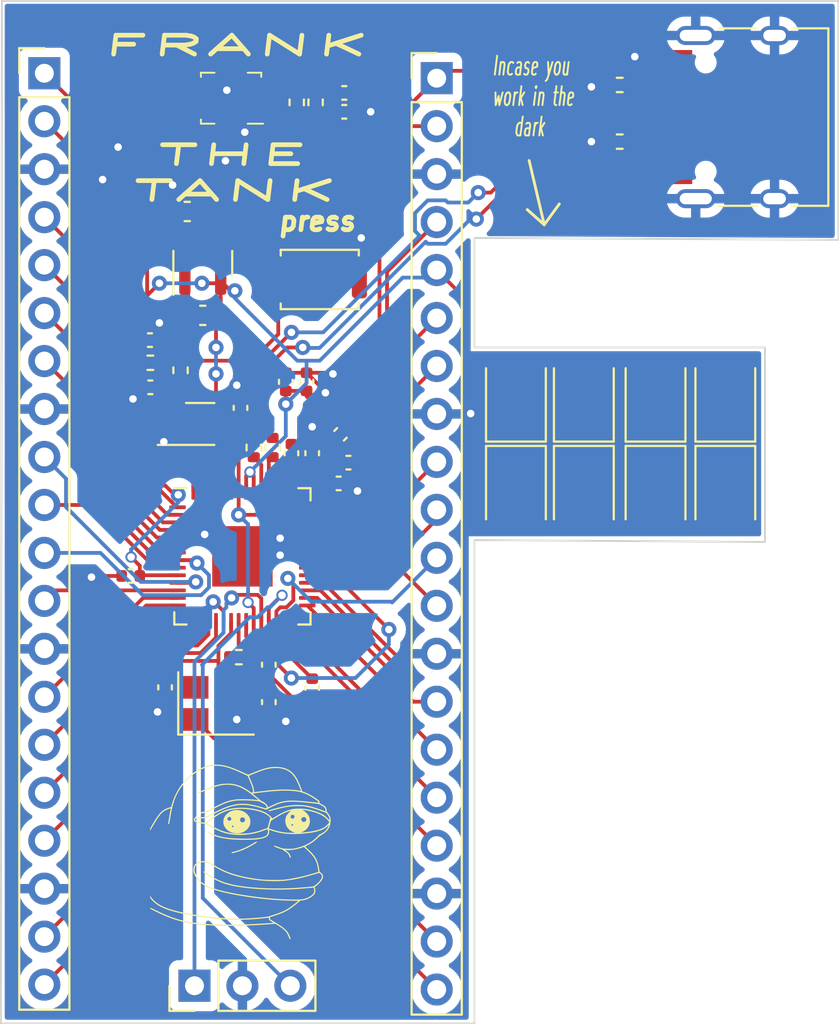
<source format=kicad_pcb>
(kicad_pcb (version 20221018) (generator pcbnew)
  (layers (0 "F.Cu" signal) (31 "B.Cu" signal) (34 "B.Paste" user) (35 "F.Paste" user) (36 "B.SilkS" user "B.Silkscreen") (37 "F.SilkS" user "F.Silkscreen") (38 "B.Mask" user) (39 "F.Mask" user) (44 "Edge.Cuts" user))
  (net 0 "")
  (net 1 "+3.3V")
  (net 2 "GND")
  (net 3 "+1V0")
  (net 4 "VBUS")
  (net 5 "XIN")
  (net 6 "Net-(C15-Pad2)")
  (net 7 "Net-(J1-CC1)")
  (net 8 "USB_D+")
  (net 9 "USB_D-")
  (net 10 "Net-(J1-CC2)")
  (net 11 "GPIO0")
  (net 12 "GPIO1")
  (net 13 "GPIO2")
  (net 14 "GPIO3")
  (net 15 "GPIO4")
  (net 16 "GPIO5")
  (net 17 "GPIO8")
  (net 18 "GPIO7")
  (net 19 "GPIO6")
  (net 20 "GPIO9")
  (net 21 "GPIO10")
  (net 22 "GPIO11")
  (net 23 "GPIO12")
  (net 24 "GPIO13")
  (net 25 "GPIO14")
  (net 26 "GPIO15")
  (net 27 "GPIO29_ADC3")
  (net 28 "GPIO28_ADC2")
  (net 29 "GPIO27_ADC1")
  (net 30 "GPIO26_ADC0")
  (net 31 "GPIO24")
  (net 32 "GPIO23")
  (net 33 "RUN")
  (net 34 "GPIO22")
  (net 35 "GPIO21")
  (net 36 "GPIO20")
  (net 37 "GPIO19")
  (net 38 "GPIO18")
  (net 39 "GPIO17")
  (net 40 "GPIO16")
  (net 41 "SWCLK")
  (net 42 "SWD")
  (net 43 "Net-(U1-USB_DP)")
  (net 44 "Net-(U1-USB_DM)")
  (net 45 "XOUT")
  (net 46 "QSPI_SS")
  (net 47 "Net-(R7-Pad1)")
  (net 49 "QSPI_SD3")
  (net 50 "QSPI_SCLK")
  (net 51 "QSPI_SD0")
  (net 52 "QSPI_SD2")
  (net 53 "QSPI_SD1")
  (footprint "Connector_PinHeader_2.54mm:PinHeader_1x03_P2.54mm_Vertical" (layer "F.Cu") (at 184.36 96.6 90)
    (fp_text reference "J4" hide)
    (fp_text value "Conn_01x03" hide)
  )
  (footprint "Capacitor_SMD:C_0603_1608Metric" (layer "F.Cu") (at 184.8 61.1 180)
    (fp_text reference "C13" hide)
    (fp_text value "10uF" hide)
  )
  (footprint "Capacitor_SMD:C_0402_1005Metric" (layer "F.Cu") (at 192.52 68.9)
    (fp_text reference "C17" hide)
    (fp_text value "0.1uF" hide)
  )
  (footprint "Capacitor_SMD:C_0402_1005Metric" (layer "F.Cu") (at 190.6 80.82 -90)
    (fp_text reference "C9" hide)
    (fp_text value "0.1uF" hide)
  )
  (footprint "Capacitor_SMD:C_0402_1005Metric" (layer "F.Cu") (at 186.8 66 90)
    (fp_text reference "C11" hide)
    (fp_text value "0.1uF" hide)
  )
  (footprint "Capacitor_SMD:C_0402_1005Metric" (layer "F.Cu") (at 192.3 49.32)
    (fp_text reference "C18" hide)
    (fp_text value "0.1uF" hide)
  )
  (footprint "Resistor_SMD:R_0402_1005Metric" (layer "F.Cu") (at 188.5 68.1 -90)
    (fp_text reference "R4" hide)
    (fp_text value "27" hide)
  )
  (footprint "LED_SMD:LED_1210_3225Metric" (layer "F.Cu") (at 212.499999 70.3 -90)
    (fp_text reference "D10" hide)
    (fp_text value "LED" hide)
  )
  (footprint "Resistor_SMD:R_0402_1005Metric" (layer "F.Cu") (at 186.71 79.2 180)
    (fp_text reference "R5" hide)
    (fp_text value "1k")
  )
  (footprint "LED_SMD:LED_1210_3225Metric" (layer "F.Cu") (at 212.5 65.5 90)
    (fp_text reference "D11" hide)
    (fp_text value "LED" hide)
  )
  (footprint "Resistor_SMD:R_0402_1005Metric" (layer "F.Cu") (at 206.9 48.9 180)
    (fp_text reference "R1" hide)
    (fp_text value "5.1k")
  )
  (footprint "Capacitor_SMD:C_0603_1608Metric" (layer "F.Cu") (at 183.975 55.6 180)
    (fp_text reference "C12" hide)
    (fp_text value "10uF")
  )
  (footprint "Capacitor_SMD:C_0402_1005Metric" (layer "F.Cu") (at 190.6 68.4 90)
    (fp_text reference "C16" hide)
    (fp_text value "0.1uF" hide)
  )
  (footprint "LED_SMD:LED_1210_3225Metric" (layer "F.Cu") (at 201.4 65.5 90)
    (fp_text reference "D1" hide)
    (fp_text value "LED" hide)
  )
  (footprint "LED_SMD:LED_1210_3225Metric" (layer "F.Cu") (at 205 70.3 -90)
    (fp_text reference "D8" hide)
    (fp_text value "LED" hide)
  )
  (footprint "LED_SMD:LED_1210_3225Metric" (layer "F.Cu") (at 201.400004 70.300004 -90)
    (fp_text reference "D5" hide)
    (fp_text value "LED" hide)
  )
  (footprint "Resistor_SMD:R_0402_1005Metric" (layer "F.Cu") (at 187.5 68.1 -90)
    (fp_text reference "R3" hide)
    (fp_text value "27" hide)
  )
  (footprint "Capacitor_SMD:C_0402_1005Metric" (layer "F.Cu") (at 190.3 64.62 90)
    (fp_text reference "C5" hide)
    (fp_text value "0.1uF" hide)
  )
  (footprint "Capacitor_SMD:C_0402_1005Metric" (layer "F.Cu") (at 182 62.41)
    (fp_text reference "C7" hide)
    (fp_text value "0.1uF" hide)
  )
  (footprint "Capacitor_SMD:C_0402_1005Metric" (layer "F.Cu") (at 189.5 68.4 90)
    (fp_text reference "C10" hide)
    (fp_text value "0.1uF" hide)
  )
  (footprint "Capacitor_SMD:C_0402_1005Metric" (layer "F.Cu") (at 188.3 79.6 -90)
    (fp_text reference "C1" hide)
    (fp_text value "0.1uF" hide)
  )
  (footprint "Capacitor_SMD:C_0402_1005Metric" (layer "F.Cu") (at 192 70)
    (fp_text reference "C8" hide)
    (fp_text value "0.1uF" hide)
  )
  (footprint "Connector_PinHeader_2.54mm:PinHeader_1x20_P2.54mm_Vertical" (layer "F.Cu") (at 176.4 48.28)
    (fp_text reference "J2" hide)
    (fp_text value "Conn_01x20" hide)
  )
  (footprint "LOGO" (layer "F.Cu") (at 186.8 89.5)
    (fp_text reference "")
    (fp_text value "LOGO" hide)
  )
  (footprint "Package_DFN_QFN:QFN-56-1EP_7x7mm_P0.4mm_EP3.2x3.2mm" (layer "F.Cu") (at 186.9 73.8625)
    (fp_text reference "U1" hide)
    (fp_text value "RP2040" hide)
  )
  (footprint "Capacitor_SMD:C_0402_1005Metric" (layer "F.Cu") (at 188.3 81.58 90)
    (fp_text reference "C15" hide)
    (fp_text value "33pF")
  )
  (footprint "Capacitor_SMD:C_0402_1005Metric" (layer "F.Cu") (at 182.02 64.91 180)
    (fp_text reference "C6" hide)
    (fp_text value "0.1uF" hide)
  )
  (footprint "Resistor_SMD:R_0402_1005Metric" (layer "F.Cu") (at 183.62 64.01 -90)
    (fp_text reference "R7" hide)
    (fp_text value "1k" hide)
  )
  (footprint "Connector_PinHeader_2.54mm:PinHeader_1x20_P2.54mm_Vertical" (layer "F.Cu") (at 197.2 48.54)
    (fp_text reference "J3" hide)
    (fp_text value "Conn_01x20" hide)
  )
  (footprint "LED_SMD:LED_1210_3225Metric" (layer "F.Cu") (at 208.800002 70.300002 -90)
    (fp_text reference "D6" hide)
    (fp_text value "LED" hide)
  )
  (footprint "Capacitor_SMD:C_0402_1005Metric" (layer "F.Cu") (at 189.2 64.62 90)
    (fp_text reference "C2" hide)
    (fp_text value "0.1uF" hide)
  )
  (footprint "Capacitor_SMD:C_0402_1005Metric" (layer "F.Cu") (at 182.8 80.8 90)
    (fp_text reference "C14" hide)
    (fp_text value "33pF")
  )
  (footprint "Resistor_SMD:R_0402_1005Metric" (layer "F.Cu") (at 182.02 63.61 180)
    (fp_text reference "R6" hide)
    (fp_text value "10k" hide)
  )
  (footprint "LED_SMD:LED_1210_3225Metric" (layer "F.Cu") (at 208.8 65.5 90)
    (fp_text reference "D9" hide)
    (fp_text value "LED" hide)
  )
  (footprint "Crystal:Crystal_SMD_3225-4Pin_3.2x2.5mm" (layer "F.Cu") (at 185.5 81.65)
    (fp_text reference "Y1" hide)
    (fp_text value "12 Mhz")
  )
  (footprint "Capacitor_SMD:C_0402_1005Metric" (layer "F.Cu") (at 180.98 74.9 180)
    (fp_text reference "C3" hide)
    (fp_text value "0.1uF")
  )
  (footprint "Connector_USB:USB_C_Receptacle_HRO_TYPE-C-31-M-12" (layer "F.Cu") (at 214.06 50.599994 90)
    (fp_text reference "J1" hide)
    (fp_text value "USB_C_Receptacle_USB2.0_14P" hide)
  )
  (footprint "Package_LGA:Bosch_LGA-14_3x2.5mm_P0.5mm" (layer "F.Cu") (at 186.3 49.6 180)
    (fp_text reference "U2" hide)
    (fp_text value "BMI160" hide)
  )
  (footprint "Button_Switch_SMD:SW_Push_SPST_NO_Alps_SKRK" (layer "F.Cu") (at 191 59.2 180)
    (fp_text reference "SW1" hide)
    (fp_text value "SW_Push")
  )
  (footprint "Capacitor_SMD:C_0402_1005Metric" (layer "F.Cu") (at 192.1 67.4 45)
    (fp_text reference "C4" hide)
    (fp_text value "0.1uF" hide)
  )
  (footprint "Package_TO_SOT_SMD:SOT-23" (layer "F.Cu") (at 184.8 58.3375 90)
    (fp_text reference "U4" hide)
    (fp_text value "MCP1700x-330xxTT")
  )
  (footprint "Resistor_SMD:R_0402_1005Metric" (layer "F.Cu") (at 206.9 51.9 180)
    (fp_text reference "R2" hide)
    (fp_text value "5.1k")
  )
  (footprint "LED_SMD:LED_1210_3225Metric" (layer "F.Cu") (at 205 65.5 90)
    (fp_text reference "D12" hide)
    (fp_text value "LED" hide)
  )
  (footprint "Capacitor_SMD:C_0402_1005Metric" (layer "F.Cu") (at 192.3 50.32 180)
    (fp_text reference "C19" hide)
    (fp_text value "0.1uF" hide)
  )
  (footprint "Package_SON:SON-8-1EP_3x2mm_P0.5mm_EP1.4x1.6mm" (layer "F.Cu") (at 183.9125 66.85)
    (fp_text reference "U3" hide)
    (fp_text value "W25Q128JVS" hide)
  )
  (footprint "Resistor_SMD:R_0402_1005Metric" (layer "F.Cu") (at 189.78 49.82 -90)
    (fp_text reference "R9" hide)
    (fp_text value "10k" hide)
  )
  (footprint "Resistor_SMD:R_0402_1005Metric" (layer "F.Cu") (at 190.78 49.82 -90)
    (fp_text reference "R8" hide)
    (fp_text value "10k" hide)
  )
  (gr_line (start 202.9 56.3) (end 203.7 55.2) (stroke (width 0.15)) (layer "F.SilkS"))
  (gr_line (start 202.1 52.9) (end 202.9 56.3) (stroke (width 0.15)) (layer "F.SilkS"))
  (gr_line (start 202 55.5) (end 202.9 56.3) (stroke (width 0.15)) (layer "F.SilkS"))
  (gr_line (start 202.9 56.3) (end 202 55.5) (stroke (width 0.15)) (layer "F.SilkS"))
  (gr_line (start 218.5 44.45) (end 174.15 44.45) (stroke (width 0.1)) (layer "Edge.Cuts"))
  (gr_line (start 199.2 73) (end 214.6 73.1) (stroke (width 0.1)) (layer "Edge.Cuts"))
  (gr_line (start 199.2 62.8) (end 199.2 57) (stroke (width 0.1)) (layer "Edge.Cuts"))
  (gr_line (start 218.5 57.1) (end 218.5 44.45) (stroke (width 0.1)) (layer "Edge.Cuts"))
  (gr_line (start 199.2 98.6) (end 199.2 73) (stroke (width 0.1)) (layer "Edge.Cuts"))
  (gr_line (start 214.6 73.1) (end 214.6 62.8) (stroke (width 0.1)) (layer "Edge.Cuts"))
  (gr_line (start 214.6 62.8) (end 199.2 62.8) (stroke (width 0.1)) (layer "Edge.Cuts"))
  (gr_line (start 174.1 98.6) (end 199.2 98.6) (stroke (width 0.1)) (layer "Edge.Cuts"))
  (gr_line (start 174.15 44.45) (end 174.1 98.6) (stroke (width 0.1)) (layer "Edge.Cuts"))
  (gr_line (start 199.2 57) (end 218.5 57.1) (stroke (width 0.1)) (layer "Edge.Cuts"))
  (gr_text "Incase you \nwork in the\n   dark\n" (at 200.1 51.7) (layer "F.SilkS") (effects (font (size 1 0.5) (thickness 0.1) bold italic) (justify left bottom)))
  (gr_text "press\n" (at 188.7 56.7) (layer "F.SilkS") (effects (font (size 1 1) (thickness 0.25) bold italic) (justify left bottom)))
  (gr_text "TANK" (at 180.8 55.1) (layer "F.SilkS") (effects (font (size 1 3) (thickness 0.25) bold italic) (justify left bottom)))
  (gr_text "FRANK" (at 179.2 47.4) (layer "F.SilkS") (effects (font (size 1 3) (thickness 0.3) bold italic) (justify left bottom)))
  (gr_text "THE" (at 182.1 53.2) (layer "F.SilkS") (effects (font (size 1 3) (thickness 0.25) bold italic) (justify left bottom)))
  (segment (start 187.5 69.594219) (end 187.5 70.425) (width 0.2) (layer "F.Cu") (net 1))
  (segment (start 185.5 62.8) (end 185.5 61.175) (width 0.2) (layer "F.Cu") (net 1))
  (segment (start 182.5 65.115444) (end 182.5 64.91) (width 0.2) (layer "F.Cu") (net 1))
  (segment (start 188.30995 79.12) (end 189.494975 80.305025) (width 0.2) (layer "F.Cu") (net 1))
  (segment (start 214.124999 70.075) (end 212.499999 71.7) (width 0.2) (layer "F.Cu") (net 1))
  (segment (start 191.05 70.55) (end 191.6 71.1) (width 0.2) (layer "F.Cu") (net 1))
  (segment (start 187.1 78.1) (end 187.1 77.3) (width 0.2) (layer "F.Cu") (net 1))
  (segment (start 198.6 62.9) (end 199.8 64.1) (width 0.2) (layer "F.Cu") (net 1))
  (segment (start 181.52 62.41) (end 181.52 60.38) (width 0.2) (layer "F.Cu") (net 1))
  (segment (start 192.29 68.61) (end 191.3 69.6) (width 0.2) (layer "F.Cu") (net 1))
  (segment (start 186.800267 49.599733) (end 186.8 49.599466) (width 0.25) (layer "F.Cu") (net 1))
  (segment (start 184.375 50.8) (end 184.3 50.725) (width 0.25) (layer "F.Cu") (net 1))
  (segment (start 193.7 70.767157) (end 193.7 67.5) (width 0.2) (layer "F.Cu") (net 1))
  (segment (start 186.5 59.8) (end 186.275 59.8) (width 0.2) (layer "F.Cu") (net 1))
  (segment (start 185.5 61.175) (end 185.575 61.1) (width 0.2) (layer "F.Cu") (net 1))
  (segment (start 190.6 68.88) (end 189.5 69.98) (width 0.2) (layer "F.Cu") (net 1))
  (segment (start 201.400008 71.7) (end 201.400004 71.700004) (width 0.2) (layer "F.Cu") (net 1))
  (segment (start 185.5 65.8) (end 185.5 64.2) (width 0.2) (layer "F.Cu") (net 1))
  (segment (start 180.8625 68.693871) (end 180.8625 66.752945) (width 0.2) (layer "F.Cu") (net 1))
  (segment (start 191.3 69.6) (end 191.3 70.3) (width 0.2) (layer "F.Cu") (net 1))
  (segment (start 187.1375 48.25) (end 190.75 48.25) (width 0.25) (layer "F.Cu") (net 1))
  (segment (start 197.2 58.7) (end 198.6 60.1) (width 0.2) (layer "F.Cu") (net 1))
  (segment (start 193.7 67.5) (end 192.1 65.9) (width 0.2) (layer "F.Cu") (net 1))
  (segment (start 184.425 48.85) (end 185.0375 48.85) (width 0.25) (layer "F.Cu") (net 1))
  (segment (start 187.3 69.394219) (end 187.3 69.5) (width 0.2) (layer "F.Cu") (net 1))
  (segment (start 185.9 49.9) (end 185.8 50) (width 0.25) (layer "F.Cu") (net 1))
  (segment (start 191.82 49.32) (end 191.82 50.32) (width 0.25) (layer "F.Cu") (net 1))
  (segment (start 193.367157 71.1) (end 193.7 70.767157) (width 0.2) (layer "F.Cu") (net 1))
  (segment (start 182.284314 70.115686) (end 180.8625 68.693871) (width 0.2) (layer "F.Cu") (net 1))
  (segment (start 185.8 50.6125) (end 185.6125 50.8) (width 0.25) (layer "F.Cu") (net 1))
  (segment (start 183.3 70.6) (end 182.815686 70.115686) (width 0.2) (layer "F.Cu") (net 1))
  (segment (start 186.5 49.9) (end 186.800267 49.599733) (width 0.25) (layer "F.Cu") (net 1))
  (segment (start 181.46 74.9) (end 181.46 74.36) (width 0.2) (layer "F.Cu") (net 1))
  (segment (start 182.5 64.6) (end 181.51 63.61) (width 0.2) (layer "F.Cu") (net 1))
  (segment (start 212.499999 71.7) (end 201.400008 71.7) (width 0.2) (layer "F.Cu") (net 1))
  (segment (start 189.5 70.425) (end 189.1 70.425) (width 0.2) (layer "F.Cu") (net 1))
  (segment (start 190.3375 74.8625) (end 191.792682 74.8625) (width 0.2) (layer "F.Cu") (net 1))
  (segment (start 186.8 48.5875) (end 187.1375 48.25) (width 0.25) (layer "F.Cu") (net 1))
  (segment (start 181.4975 74.8625) (end 181.46 74.9) (width 0.2) (layer "F.Cu") (net 1))
  (segment (start 187.3 69.394219) (end 187.1 69.594219) (width 0.2) (layer "F.Cu") (net 1))
  (segment (start 191.79 67.91) (end 192.29 68.41) (width 0.2) (layer "F.Cu") (net 1))
  (segment (start 182.815686 70.115686) (end 182.284314 70.115686) (width 0.2) (layer "F.Cu") (net 1))
  (segment (start 189.5 69.98) (end 189.5 70.425) (width 0.2) (layer "F.Cu") (net 1))
  (segment (start 214.124999 65.724999) (end 214.124999 70.075) (width 0.2) (layer "F.Cu") (net 1))
  (segment (start 185.8 50) (end 185.8 50.6125) (width 0.25) (layer "F.Cu") (net 1))
  (segment (start 185.625 59.4) (end 185.75 59.275) (width 0.2) (layer "F.Cu") (net 1))
  (segment (start 188.3 79.12) (end 188.30995 79.12) (width 0.2) (layer "F.Cu") (net 1))
  (segment (start 189.2 65.1) (end 190.3 65.1) (width 0.2) (layer "F.Cu") (net 1))
  (segment (start 189.2 65.8) (end 189.2 65.1) (width 0.2) (layer "F.Cu") (net 1))
  (segment (start 188.12 79.12) (end 187.1 78.1) (width 0.2) (layer "F.Cu") (net 1))
  (segment (start 187.3 69.5) (end 187.4 69.6) (width 0.2) (layer "F.Cu") (net 1))
  (segment (start 190.75 48.25) (end 191.82 49.32) (width 0.25) (layer "F.Cu") (net 1))
  (segment (start 190.3 65.379999) (end 190.3 65.1) (width 0.2) (layer "F.Cu") (net 1))
  (segment (start 181.85 60.05) (end 181.85 54.56005) (width 0.2) (layer "F.Cu") (net 1))
  (segment (start 182.5 65.11) (end 182.5 64.91) (width 0.2) (layer "F.Cu") (net 1))
  (segment (start 185.2 66.1) (end 185.5 65.8) (width 0.2) (layer "F.Cu") (net 1))
  (segment (start 189.79 50.32) (end 189.78 50.33) (width 0.25) (layer "F.Cu") (net 1))
  (segment (start 184.75 59.4) (end 185.625 59.4) (width 0.2) (layer "F.Cu") (net 1))
  (segment (start 181.85 60.05) (end 182.5 59.4) (width 0.2) (layer "F.Cu") (net 1))
  (segment (start 187.3 69.394219) (end 187.5 69.594219) (width 0.2) (layer "F.Cu") (net 1))
  (segment (start 191.82 50.32) (end 189.79 50.32) (width 0.25) (layer "F.Cu") (net 1))
  (segment (start 185.6125 50.8) (end 184.375 50.8) (width 0.25) (layer "F.Cu") (net 1))
  (segment (start 181.51 62.42) (end 181.52 62.41) (width 0.2) (layer "F.Cu") (net 1))
  (segment (start 191.792682 74.8625) (end 194.665091 77.734909) (width 0.2) (layer "F.Cu") (net 1))
  (segment (start 184.3 48.975) (end 184.425 48.85) (width 0.25) (layer "F.Cu") (net 1))
  (segment (start 185.79755 50.6125) (end 185.8 50.6125) (width 0.2) (layer "F.Cu") (net 1))
  (segment (start 181.85 54.56005) (end 185.79755 50.6125) (width 0.2) (layer "F.Cu") (net 1))
  (segment (start 187.1 69.594219) (end 187.1 70.425) (width 0.2) (layer "F.Cu") (net 1))
  (segment (start 201.3 64.1) (end 212.5 64.1) (width 0.2) (layer "F.Cu") (net 1))
  (segment (start 186.5 49.9) (end 185.9 49.9) (width 0.25) (layer "F.Cu") (net 1))
  (segment (start 190.820001 65.9) (end 190.3 65.379999) (width 0.2) (layer "F.Cu") (net 1))
  (segment (start 181.52 60.38) (end 181.85 60.05) (width 0.2) (layer "F.Cu") (net 1))
  (segment (start 192.1 65.9) (end 190.820001 65.9) (width 0.2) (layer "F.Cu") (net 1))
  (segment (start 185.75 60.925) (end 185.575 61.1) (width 0.2) (layer "F.Cu") (net 1))
  (segment (start 198.6 60.1) (end 198.6 62.9) (width 0.2) (layer "F.Cu") (net 1))
  (segment (start 190.6 68.88) (end 190.72 68.88) (width 0.2) (layer "F.Cu") (net 1))
  (segment (start 191.3 70.3) (end 191.05 70.55) (width 0.2) (layer "F.Cu") (net 1))
  (segment (start 212.5 64.1) (end 214.124999 65.724999) (width 0.2) (layer "F.Cu") (net 1))
  (segment (start 192.29 68.41) (end 192.29 68.61) (width 0.2) (layer "F.Cu") (net 1))
  (segment (start 183.4625 71.2625) (end 183.431129 71.2625) (width 0.2) (layer "F.Cu") (net 1))
  (segment (start 188.3 79.12) (end 188.12 79.12) (width 0.2) (layer "F.Cu") (net 1))
  (segment (start 189.5 70.425) (end 189.5 70.55886) (width 0.2) (layer "F.Cu") (net 1))
  (segment (start 183.4625 74.8625) (end 181.4975 74.8625) (width 0.2) (layer "F.Cu") (net 1))
  (segment (start 181.51 63.61) (end 181.51 62.42) (width 0.2) (layer "F.Cu") (net 1))
  (segment (start 186.8 49.599466) (end 186.8 48.5875) (width 0.25) (layer "F.Cu") (net 1))
  (segment (start 190.72 68.88) (end 191.79 67.81) (width 0.2) (layer "F.Cu") (net 1))
  (segment (start 199.8 64.1) (end 201.3 64.1) (width 0.2) (layer "F.Cu") (net 1))
  (segment (start 186.275 59.8) (end 185.75 59.275) (width 0.2) (layer "F.Cu") (net 1))
  (segment (start 183.431129 71.2625) (end 182.284314 70.115686) (width 0.2) (layer "F.Cu") (net 1))
  (segment (start 181.46 74.36) (end 181 73.9) (width 0.2) (layer "F.Cu") (net 1))
  (segment (start 182.5 64.91) (end 182.5 64.6) (width 0.2) (layer "F.Cu") (net 1))
  (segment (start 180.8625 66.752945) (end 182.5 65.115444) (width 0.2) (layer "F.Cu") (net 1))
  (segment (start 185.75 59.275) (end 185.75 60.925) (width 0.2) (layer "F.Cu") (net 1))
  (segment (start 191.8 50.3) (end 191.82 50.32) (width 0.25) (layer "F.Cu") (net 1))
  (segment (start 183.5 70.6) (end 183.3 70.6) (width 0.2) (layer "F.Cu") (net 1))
  (segment (start 191.6 71.1) (end 193.367157 71.1) (width 0.2) (layer "F.Cu") (net 1))
  (segment (start 184.3 50.725) (end 184.3 48.975) (width 0.25) (layer "F.Cu") (net 1))
  (segment (start 191.05 70.55) (end 190.3375 71.2625) (width 0.2) (layer "F.Cu") (net 1))
  (via (at 182.5 59.4) (size 0.8) (drill 0.4) (layers "F.Cu" "B.Cu") (net 1))
  (via (at 185.5 64.2) (size 0.8) (drill 0.4) (layers "F.Cu" "B.Cu") (net 1))
  (via (at 183.5 70.6) (size 0.8) (drill 0.4) (layers "F.Cu" "B.Cu") (net 1))
  (via (at 194.665091 77.734909) (size 0.8) (drill 0.4) (layers "F.Cu" "B.Cu") (net 1))
  (via (at 186.5 59.8) (size 0.8) (drill 0.4) (layers "F.Cu" "B.Cu") (net 1))
  (via (at 185.5 62.8) (size 0.8) (drill 0.4) (layers "F.Cu" "B.Cu") (net 1))
  (via (at 181 73.9) (size 0.6) (drill 0.4) (layers "F.Cu" "B.Cu") (net 1))
  (via (at 189.2 65.8) (size 0.8) (drill 0.4) (layers "F.Cu" "B.Cu") (net 1))
  (via (at 184.75 59.4) (size 0.8) (drill 0.4) (layers "F.Cu" "B.Cu") (net 1))
  (via (at 189.494975 80.305025) (size 0.8) (drill 0.4) (layers "F.Cu" "B.Cu") (net 1))
  (via (at 187.3 69.394219) (size 0.6) (drill 0.4) (layers "F.Cu" "B.Cu") (net 1))
  (segment (start 189.2 67.494219) (end 189.2 65.8) (width 0.2) (layer "B.Cu") (net 1))
  (segment (start 189.2 65.8) (end 190.3 64.7) (width 0.2) (layer "B.Cu") (net 1))
  (segment (start 194.665091 78.534909) (end 194.665091 77.734909) (width 0.2) (layer "B.Cu") (net 1))
  (segment (start 189.810052 63.500002) (end 186.5 60.18995) (width 0.2) (layer "B.Cu") (net 1))
  (segment (start 195.4 59.1) (end 190.999998 63.500002) (width 0.2) (layer "B.Cu") (net 1))
  (segment (start 186.5 60.18995) (end 186.5 59.8) (width 0.2) (layer "B.Cu") (net 1))
  (segment (start 181 73.9) (end 181 73.5) (width 0.2) (layer "B.Cu") (net 1))
  (segment (start 185.5 64.2) (end 185.5 62.8) (width 0.2) (layer "B.Cu") (net 1))
  (segment (start 196.8 59.1) (end 195.4 59.1) (width 0.2) (layer "B.Cu") (net 1))
  (segment (start 197.2 58.7) (end 196.8 59.1) (width 0.2) (layer "B.Cu") (net 1))
  (segment (start 181 73.5) (end 183.5 71) (width 0.2) (layer "B.Cu") (net 1))
  (segment (start 183.5 71) (end 183.5 70.6) (width 0.2) (layer "B.Cu") (net 1))
  (segment (start 190.3 64.7) (end 190.3 63.500002) (width 0.2) (layer "B.Cu") (net 1))
  (segment (start 192.894975 80.305025) (end 194.665091 78.534909) (width 0.2) (layer "B.Cu") (net 1))
  (segment (start 190.999998 63.500002) (end 190.3 63.500002) (width 0.2) (layer "B.Cu") (net 1))
  (segment (start 182.5 59.4) (end 184.75 59.4) (width 0.2) (layer "B.Cu") (net 1))
  (segment (start 189.494975 80.305025) (end 192.894975 80.305025) (width 0.2) (layer "B.Cu") (net 1))
  (segment (start 187.3 69.394219) (end 189.2 67.494219) (width 0.2) (layer "B.Cu") (net 1))
  (segment (start 190.3 63.500002) (end 189.810052 63.500002) (width 0.2) (layer "B.Cu") (net 1))
  (segment (start 189.2 64.14) (end 190.3 64.14) (width 0.2) (layer "F.Cu") (net 2))
  (segment (start 185.8 48.5875) (end 185.8 48.899733) (width 0.25) (layer "F.Cu") (net 2))
  (segment (start 197.2 66.32) (end 198.98 66.32) (width 0.2) (layer "F.Cu") (net 2))
  (segment (start 193 67.621178) (end 192.439411 67.060589) (width 0.2) (layer "F.Cu") (net 2))
  (segment (start 193.1 59.2) (end 193.1 57.1) (width 0.2) (layer "F.Cu") (net 2))
  (segment (start 208.7 66.9) (end 208.7 68.8) (width 0.25) (layer "F.Cu") (net 2))
  (segment (start 192.78 49.32) (end 192.78 50.32) (width 0.25) (layer "F.Cu") (net 2))
  (segment (start 201.400008 68.9) (end 201.400004 68.900004) (width 0.25) (layer "F.Cu") (net 2))
  (segment (start 206.39 48.9) (end 205.5 48.9) (width 0.2) (layer "F.Cu") (net 2))
  (segment (start 193 68.9) (end 193 69.48) (width 0.2) (layer "F.Cu") (net 2))
  (segment (start 191.459411 67.060589) (end 192.439411 67.060589) (width 0.2) (layer "F.Cu") (net 2))
  (segment (start 182.8 81.7) (end 182.4 82.1) (width 0.2) (layer "F.Cu") (net 2))
  (segment (start 205 68.7) (end 205.2 68.9) (width 0.25) (layer "F.Cu") (net 2))
  (segment (start 188.8375 73.8625) (end 188.9 73.8) (width 0.2) (layer "F.Cu") (net 2))
  (segment (start 193 69.48) (end 192.48 70) (width 0.2) (layer "F.Cu") (net 2))
  (segment (start 188.84 82.06) (end 189.6 81.3) (width 0.2) (layer "F.Cu") (net 2))
  (segment (start 207.750006 47.349994) (end 207.7 47.4) (width 0.2) (layer "F.Cu") (net 2))
  (segment (start 193 68.9) (end 193 67.621178) (width 0.2) (layer "F.Cu") (net 2))
  (segment (start 186.8 65) (end 186.6 64.8) (width 0.2) (layer "F.Cu") (net 2))
  (segment (start 192.78 50.32) (end 193.7 50.32) (width 0.25) (layer "F.Cu") (net 2))
  (segment (start 191.3 65.14) (end 191.3 65.2) (width 0.2) (layer "F.Cu") (net 2))
  (segment (start 185.349441 76.27017) (end 185.40403 76.27017) (width 0.2) (layer "F.Cu") (net 2))
  (segment (start 210.015 47.349994) (end 207.750006 47.349994) (width 0.2) (layer "F.Cu") (net 2))
  (segment (start 186.9 73.8625) (end 187.9375 73.8625) (width 0.2) (layer "F.Cu") (net 2))
  (segment (start 190.6 67.92) (end 191.459411 67.060589) (width 0.2) (layer "F.Cu") (net 2))
  (segment (start 184.4 80.8) (end 183.28 80.8) (width 0.2) (layer "F.Cu") (net 2))
  (segment (start 189.6 81.3) (end 190.6 81.3) (width 0.2) (layer "F.Cu") (net 2))
  (segment (start 188.3 80.1) (end 189.5 81.3) (width 0.2) (layer "F.Cu") (net 2))
  (segment (start 185.40403 76.27017) (end 185.9 76.76614) (width 0.2) (layer "F.Cu") (net 2))
  (segment (start 185.9 76.76614) (end 185.9 77.3) (width 0.2) (layer "F.Cu") (net 2))
  (segment (start 189.5 67.92) (end 190.6 67.92) (width 0.2) (layer "F.Cu") (net 2))
  (segment (start 191.64 64.14) (end 191.7 64.2) (width 0.2) (layer "F.Cu") (net 2))
  (segment (start 183.79 61.1) (end 182.48 62.41) (width 0.2) (layer "F.Cu") (net 2))
  (segment (start 206.39 51.9) (end 205.4 51.9) (width 0.2) (layer "F.Cu") (net 2))
  (segment (start 190.6 67.92) (end 190.6 67) (width 0.2) (layer "F.Cu") (net 2))
  (segment (start 201.3 68.8) (end 201.400004 68.900004) (width 0.25) (layer "F.Cu") (net 2))
  (segment (start 205.5 48.9) (end 205.4 49) (width 0.2) (layer "F.Cu") (net 2))
  (segment (start 181.54 65.085495) (end 181.099244 65.526251) (width 0.2) (layer "F.Cu") (net 2))
  (segment (start 184.025 61.1) (end 183.79 61.1) (width 0.2) (layer "F.Cu") (net 2))
  (segment (start 205 66.9) (end 205 68.7) (width 0.25) (layer "F.Cu") (net 2))
  (segment (start 182.48 62.41) (end 182.48 61.52) (width 0.2) (layer "F.Cu") (net 2))
  (segment (start 185.8 48.899733) (end 186.075267 49.175) (width 0.25) (layer "F.Cu") (net 2))
  (segment (start 184.025 59.45) (end 183.85 59.275) (width 0.2) (layer "F.Cu") (net 2))
  (segment (start 186.8 65.52) (end 186.8 65) (width 0.2) (layer "F.Cu") (net 2))
  (segment (start 201.3 66.9) (end 212.5 66.9) (width 0.25) (layer "F.Cu") (net 2))
  (segment (start 186.9 73.8625) (end 185.7375 72.7) (width 0.2) (layer "F.Cu") (net 2))
  (segment (start 190.3 64.14) (end 191.64 64.14) (width 0.2) (layer "F.Cu") (net 2))
  (segment (start 186.3 48.950267) (end 186.075267 49.175) (width 0.25) (layer "F.Cu") (net 2))
  (segment (start 193 70.4) (end 192.88 70.4) (width 0.2) (layer "F.Cu") (net 2))
  (segment (start 180.5 74.9) (end 178.9625 74.9) (width 0.2) (layer "F.Cu") (net 2))
  (segment (start 199.6 66.9) (end 199 66.3) (width 0.25) (layer "F.Cu") (net 2))
  (segment (start 201.3 66.9) (end 199.6 66.9) (width 0.25) (layer "F.Cu") (net 2))
  (segment (start 183.28 80.8) (end 182.8 81.28) (width 0.2) (layer "F.Cu") (net 2))
  (segment (start 185.7375 72.7) (end 184.9 72.7) (width 0.2) (layer "F.Cu") (net 2))
  (segment (start 181.54 64.91) (end 181.54 65.085495) (width 0.2) (layer "F.Cu") (net 2))
  (segment (start 186.3 48.5875) (end 186.3 48.950267) (width 0.25) (layer "F.Cu") (net 2))
  (segment (start 190.3 64.14) (end 191.3 65.14) (width 0.2) (layer "F.Cu") (net 2))
  (segment (start 188.66 82.06) (end 189.2 82.6) (width 0.2) (layer "F.Cu") (net 2))
  (segment (start 212.5 66.9) (end 212.499999 68.9) (width 0.25) (layer "F.Cu") (net 2))
  (segment (start 178.9625 74.9) (end 178.9 74.9625) (width 0.2) (layer "F.Cu") (net 2))
  (segment (start 188.3 80.08) (end 188.3 80.1) (width 0.2) (layer "F.Cu") (net 2))
  (segment (start 182.48 61.52) (end 182.5 61.5) (width 0.2) (layer "F.Cu") (net 2))
  (segment (start 201.3 66.9) (end 201.3 68.8) (width 0.25) (layer "F.Cu") (net 2))
  (segment (start 186.9 73.8625) (end 188.8375 73.8625) (width 0.2) (layer "F.Cu") (net 2))
  (segment (start 208.7 68.8) (end 208.800002 68.900002) (width 0.25) (layer "F.Cu") (net 2))
  (segment (start 188.3 82.06) (end 188.66 82.06) (width 0.2) (layer "F.Cu") (net 2))
  (segment (start 182.8 81.28) (end 182.8 81.7) (width 0.2) (layer "F.Cu") (net 2))
  (segment (start 184.025 61.1) (end 184.025 59.45) (width 0.2) (layer "F.Cu") (net 2))
  (segment (start 192.88 70.4) (end 192.48 70) (width 0.2) (layer "F.Cu") (net 2))
  (segment (start 183.85 56.25) (end 183.2 55.6) (width 0.2) (layer "F.Cu") (net 2))
  (segment (start 212.499999 68.9) (end 201.400008 68.9) (width 0.25) (layer "F.Cu") (net 2))
  (segment (start 183.85 59.275) (end 183.85 56.25) (width 0.2) (layer "F.Cu") (net 2))
  (segment (start 183.2 55.6) (end 183.2 54.2) (width 0.2) (layer "F.Cu") (net 2))
  (segment (start 193.1 57.1) (end 193.2 57) (width 0.2) (layer "F.Cu") (net 2))
  (segment (start 189.5 81.3) (end 189.6 81.3) (width 0.2) (layer "F.Cu") (net 2))
  (segment (start 187.9375 73.8625) (end 188.9 72.9) (width 0.2) (layer "F.Cu") (net 2))
  (segment (start 188.3 82.06) (end 188.84 82.06) (width 0.2) (layer "F.Cu") (net 2))
  (segment (start 198.98 66.32) (end 199 66.3) (width 0.2) (layer "F.Cu") (net 2))
  (via (at 199 66.3) (size 0.8) (drill 0.4) (layers "F.Cu" "B.Cu") (net 2))
  (via (at 193.7 50.32) (size 0.8) (drill 0.4) (layers "F.Cu" "B.Cu") (net 2))
  (via (at 191.3 65.2) (size 0.8) (drill 0.4) (layers "F.Cu" "B.Cu") (net 2))
  (via (at 182.5 61.5) (size 0.8) (drill 0.4) (layers "F.Cu" "B.Cu") (net 2))
  (via (at 205.4 49) (size 0.8) (drill 0.4) (layers "F.Cu" "B.Cu") (net 2))
  (via (at 188.9 72.9) (size 0.8) (drill 0.4) (layers "F.Cu" "B.Cu") (net 2))
  (via (at 205.4 51.9) (size 0.8) (drill 0.4) (layers "F.Cu" "B.Cu") (net 2))
  (via (at 188.9 73.8) (size 0.8) (drill 0.4) (layers "F.Cu" "B.Cu") (net 2))
  (via (at 193.2 57) (size 0.8) (drill 0.4) (layers "F.Cu" "B.Cu") (net 2))
  (via (at 207.7 47.4) (size 0.8) (drill 0.4) (layers "F.Cu" "B.Cu") (net 2))
  (via (at 181.099244 65.526251) (size 0.8) (drill 0.4) (layers "F.Cu" "B.Cu") (net 2))
  (via (at 185.349441 76.27017) (size 0.8) (drill 0.4) (layers "F.Cu" "B.Cu") (net 2))
  (via (at 190.6 67) (size 0.8) (drill 0.4) (layers "F.Cu" "B.Cu") (net 2))
  (via (at 186.6 82.5) (size 0.8) (drill 0.4) (layers "F.Cu" "B.Cu") (net 2))
  (via (at 184.9 72.7) (size 0.8) (drill 0.4) (layers "F.Cu" "B.Cu") (net 2))
  (via (at 186.6 64.8) (size 0.8) (drill 0.4) (layers "F.Cu" "B.Cu") (net 2))
  (via (at 183.2 54.2) (size 0.8) (drill 0.4) (layers "F.Cu" "B.Cu") (net 2))
  (via (at 182.733652 67.793896) (size 0.6) (drill 0.4) (layers "F.Cu" "B.Cu") (net 2))
  (via (at 189.2 82.6) (size 0.8) (drill 0.4) (layers "F.Cu" "B.Cu") (net 2))
  (via (at 186.075267 49.175) (size 0.8) (drill 0.4) (layers "F.Cu" "B.Cu") (net 2))
  (via (at 178.9 74.9625) (size 0.8) (drill 0.4) (layers "F.Cu" "B.Cu") (net 2))
  (via (at 191.7 64.2) (size 0.8) (drill 0.4) (layers "F.Cu" "B.Cu") (net 2))
  (via (at 182.4 82.1) (size 0.8) (drill 0.4) (layers "F.Cu" "B.Cu") (net 2))
  (via (at 193 70.4) (size 0.8) (drill 0.4) (layers "F.Cu" "B.Cu") (net 2))
  (segment (start 187.5 77.3) (end 187.5 77.934314) (width 0.2) (layer "F.Cu") (net 3))
  (segment (start 188.7 70.425) (end 188.7 70.95886) (width 0.2) (layer "F.Cu") (net 3))
  (segment (start 186.7 70.425) (end 186.7 66.58) (width 0.2) (layer "F.Cu") (net 3))
  (segment (start 187.5 76.6) (end 187.2 76.3) (width 0.2) (layer "F.Cu") (net 3))
  (segment (start 187.996362 71.662498) (end 186.7 71.662498) (width 0.2) (layer "F.Cu") (net 3))
  (segment (start 188.7 69.68) (end 188.7 70.425) (width 0.2) (layer "F.Cu") (net 3))
  (segment (start 188.76 78.5) (end 190.6 80.34) (width 0.2) (layer "F.Cu") (net 3))
  (segment (start 188.065686 78.5) (end 188.76 78.5) (width 0.2) (layer "F.Cu") (net 3))
  (segment (start 186.7 66.58) (end 186.8 66.48) (width 0.2) (layer "F.Cu") (net 3))
  (segment (start 188.7 70.95886) (end 187.996362 71.662498) (width 0.2) (layer "F.Cu") (net 3))
  (segment (start 186.7 70.425) (end 186.7 71.662498) (width 0.2) (layer "F.Cu") (net 3))
  (segment (start 187.5 77.934314) (end 188.065686 78.5) (width 0.2) (layer "F.Cu") (net 3))
  (segment (start 189.5 68.88) (end 188.7 69.68) (width 0.2) (layer "F.Cu") (net 3))
  (segment (start 187.5 77.3) (end 187.5 76.6) (width 0.2) (layer "F.Cu") (net 3))
  (via (at 186.7 71.662498) (size 0.8) (drill 0.4) (layers "F.Cu" "B.Cu") (net 3))
  (via (at 187.2 76.3) (size 0.6) (drill 0.4) (layers "F.Cu" "B.Cu") (net 3))
  (segment (start 187.2 72.162498) (end 186.7 71.662498) (width 0.2) (layer "B.Cu") (net 3))
  (segment (start 187.2 76.3) (end 187.2 72.162498) (width 0.2) (layer "B.Cu") (net 3))
  (segment (start 192.867157 55.6) (end 184.75 55.6) (width 0.2) (layer "F.Cu") (net 4))
  (segment (start 211.44 48.74) (end 210.849994 48.149994) (width 0.2) (layer "F.Cu") (net 4))
  (segment (start 193.767157 54.7) (end 192.867157 55.6) (width 0.2) (layer "F.Cu") (net 4))
  (segment (start 211.44 52.549994) (end 211.44 48.74) (width 0.2) (layer "F.Cu") (net 4))
  (segment (start 210.015 48.149994) (end 197.590006 48.149994) (width 0.2) (layer "F.Cu") (net 4))
  (segment (start 184.8 57.4) (end 184.8 55.65) (width 0.2) (layer "F.Cu") (net 4))
  (segment (start 197.2 48.54) (end 193.767157 51.972843) (width 0.2) (layer "F.Cu") (net 4))
  (segment (start 210.94 53.049994) (end 211.44 52.549994) (width 0.2) (layer "F.Cu") (net 4))
  (segment (start 193.767157 51.972843) (end 193.767157 54.7) (width 0.2) (layer "F.Cu") (net 4))
  (segment (start 210.849994 48.149994) (end 210.015 48.149994) (width 0.2) (layer "F.Cu") (net 4))
  (segment (start 197.590006 48.149994) (end 197.2 48.54) (width 0.2) (layer "F.Cu") (net 4))
  (segment (start 210.015 53.049994) (end 210.94 53.049994) (width 0.2) (layer "F.Cu") (net 4))
  (segment (start 184.8 55.65) (end 184.75 55.6) (width 0.2) (layer "F.Cu") (net 4))
  (segment (start 182.8 80.32) (end 183.72 79.4) (width 0.2) (layer "F.Cu") (net 5))
  (segment (start 186.3 77.3) (end 186.3 77.930917) (width 0.2) (layer "F.Cu") (net 5))
  (segment (start 186.3 77.930917) (end 185.63 78.600917) (width 0.2) (layer "F.Cu") (net 5))
  (segment (start 183.72 79.4) (end 185.63 79.4) (width 0.2) (layer "F.Cu") (net 5))
  (segment (start 185.63 79.83) (end 186.6 80.8) (width 0.2) (layer "F.Cu") (net 5))
  (segment (start 185.63 79.4) (end 185.63 79.83) (width 0.2) (layer "F.Cu") (net 5))
  (segment (start 185.63 78.600917) (end 185.63 79.4) (width 0.2) (layer "F.Cu") (net 5))
  (segment (start 187.6 80.4) (end 188.3 81.1) (width 0.2) (layer "F.Cu") (net 6))
  (segment (start 187.22 79.2) (end 187.6 79.58) (width 0.2) (layer "F.Cu") (net 6))
  (segment (start 188.3 81.1) (end 187.6 81.8) (width 0.2) (layer "F.Cu") (net 6))
  (segment (start 187.6 81.8) (end 187.6 83.4) (width 0.2) (layer "F.Cu") (net 6))
  (segment (start 185.4 83.5) (end 184.4 82.5) (width 0.2) (layer "F.Cu") (net 6))
  (segment (start 187.5 83.5) (end 185.4 83.5) (width 0.2) (layer "F.Cu") (net 6))
  (segment (start 187.6 83.4) (end 187.5 83.5) (width 0.2) (layer "F.Cu") (net 6))
  (segment (start 187.6 79.58) (end 187.6 80.4) (width 0.2) (layer "F.Cu") (net 6))
  (segment (start 207.41 51.9) (end 209.964994 51.9) (width 0.2) (layer "F.Cu") (net 7))
  (segment (start 209.964994 51.9) (end 210.015 51.849994) (width 0.2) (layer "F.Cu") (net 7))
  (segment (start 204.788609 49.874994) (end 200.063603 54.6) (width 0.2) (layer "F.Cu") (net 8))
  (segment (start 189.5 62) (end 187.5 64) (width 0.2) (layer "F.Cu") (net 8))
  (segment (start 210.015 50.849994) (end 210.99 50.849994) (width 0.2) (layer "F.Cu") (net 8))
  (segment (start 211.04 49.899994) (end 210.99 49.849994) (width 0.2) (layer "F.Cu") (net 8))
  (segment (start 187.5 64) (end 187.5 67.59) (width 0.2) (layer "F.Cu") (net 8))
  (segment (start 208.902499 49.874994) (end 204.788609 49.874994) (width 0.2) (layer "F.Cu") (net 8))
  (segment (start 200.063603 54.6) (end 199.4 54.6) (width 0.2) (layer "F.Cu") (net 8))
  (segment (start 208.927499 49.849994) (end 208.902499 49.874994) (width 0.2) (layer "F.Cu") (net 8))
  (segment (start 210.99 50.849994) (end 211.04 50.799994) (width 0.2) (layer "F.Cu") (net 8))
  (segment (start 210.99 49.849994) (end 210.015 49.849994) (width 0.2) (layer "F.Cu") (net 8))
  (segment (start 211.04 50.799994) (end 211.04 49.899994) (width 0.2) (layer "F.Cu") (net 8))
  (segment (start 210.015 49.849994) (end 208.927499 49.849994) (width 0.2) (layer "F.Cu") (net 8))
  (via (at 189.5 62) (size 0.8) (drill 0.4) (layers "F.Cu" "B.Cu") (net 8))
  (via (at 199.4 54.6) (size 0.8) (drill 0.4) (layers "F.Cu" "B.Cu") (net 8))
  (segment (start 191.1818 62) (end 189.5 62) (width 0.2) (layer "B.Cu") (net 8))
  (segment (start 196.723654 55.01) (end 196.05 55.683654) (width 0.2) (layer "B.Cu") (net 8))
  (segment (start 197.676346 55.01) (end 196.723654 55.01) (width 0.2) (layer "B.Cu") (net 8))
  (segment (start 196.05 55.683654) (end 196.05 56.636346) (width 0.2) (layer "B.Cu") (net 8))
  (segment (start 199.4 54.6) (end 198.875001 55.124999) (width 0.2) (layer "B.Cu") (net 8))
  (segment (start 197.791345 55.124999) (end 197.676346 55.01) (width 0.2) (layer "B.Cu") (net 8))
  (segment (start 196.297727 56.884073) (end 191.1818 62) (width 0.2) (layer "B.Cu") (net 8))
  (segment (start 198.875001 55.124999) (end 197.791345 55.124999) (width 0.2) (layer "B.Cu") (net 8))
  (segment (start 199.23 54.77) (end 199.4 54.6) (width 0.2) (layer "B.Cu") (net 8))
  (segment (start 196.05 56.636346) (end 196.297727 56.884073) (width 0.2) (layer "B.Cu") (net 8))
  (segment (start 210.015 50.349994) (end 209.04 50.349994) (width 0.2) (layer "F.Cu") (net 9))
  (segment (start 190.100002 62.800002) (end 189.265684 62.800002) (width 0.2) (layer "F.Cu") (net 9))
  (segment (start 210.015 50.349994) (end 208.927499 50.349994) (width 0.2) (layer "F.Cu") (net 9))
  (segment (start 209.04 50.349994) (end 208.99 50.399994) (width 0.2) (layer "F.Cu") (net 9))
  (segment (start 189.265684 62.800002) (end 187.9 64.165686) (width 0.2) (layer "F.Cu") (net 9))
  (segment (start 208.902499 50.324994) (end 204.975006 50.324994) (width 0.2) (layer "F.Cu") (net 9))
  (segment (start 204.975006 50.324994) (end 199.3 56) (width 0.2) (layer "F.Cu") (net 9))
  (segment (start 209.049994 51.349994) (end 210.015 51.349994) (width 0.2) (layer "F.Cu") (net 9))
  (segment (start 208.99 50.399994) (end 208.99 51.29) (width 0.2) (layer "F.Cu") (net 9))
  (segment (start 209.049994 51.349994) (end 208.98 51.28) (width 0.2) (layer "F.Cu") (net 9))
  (segment (start 208.99 51.29) (end 209.049994 51.349994) (width 0.2) (layer "F.Cu") (net 9))
  (segment (start 187.9 64.165686) (end 187.9 66.99) (width 0.2) (layer "F.Cu") (net 9))
  (segment (start 187.9 66.99) (end 188.5 67.59) (width 0.2) (layer "F.Cu") (net 9))
  (segment (start 208.927499 50.349994) (end 208.902499 50.324994) (width 0.2) (layer "F.Cu") (net 9))
  (via (at 190.100002 62.800002) (size 0.8) (drill 0.4) (layers "F.Cu" "B.Cu") (net 9))
  (via (at 199.3 56) (size 0.8) (drill 0.4) (layers "F.Cu" "B.Cu") (net 9))
  (segment (start 199.3 56) (end 198.875001 55.575001) (width 0.2) (layer "B.Cu") (net 9))
  (segment (start 196.615927 57.202273) (end 190.9932 62.825) (width 0.2) (layer "B.Cu") (net 9))
  (segment (start 198.875001 55.575001) (end 198.875001 56.111345) (width 0.2) (layer "B.Cu") (net 9))
  (segment (start 196.723654 57.31) (end 196.615927 57.202273) (width 0.2) (layer "B.Cu") (net 9))
  (segment (start 198.875001 56.111345) (end 197.676346 57.31) (width 0.2) (layer "B.Cu") (net 9))
  (segment (start 197.676346 57.31) (end 196.723654 57.31) (width 0.2) (layer "B.Cu") (net 9))
  (segment (start 190.9932 62.825) (end 189.8 62.825) (width 0.2) (layer "B.Cu") (net 9))
  (segment (start 207.41 48.9) (end 209.964994 48.9) (width 0.2) (layer "F.Cu") (net 10))
  (segment (start 209.964994 48.9) (end 210.015 48.849994) (width 0.2) (layer "F.Cu") (net 10))
  (segment (start 188.4 49.71572) (end 189.41572 48.7) (width 0.25) (layer "F.Cu") (net 11))
  (segment (start 180.31 52.19) (end 176.4 48.28) (width 0.2) (layer "F.Cu") (net 11))
  (segment (start 183.4625 71.6625) (end 182.92864 71.6625) (width 0.2) (layer "F.Cu") (net 11))
  (segment (start 187.29375 51.10625) (end 187.4875 51.3) (width 0.25) (layer "F.Cu") (net 11))
  (segment (start 187.725 51.3) (end 188.4 50.625) (width 0.25) (layer "F.Cu") (net 11))
  (segment (start 187.29375 51.10625) (end 187.025 51.375) (width 0.25) (layer "F.Cu") (net 11))
  (segment (start 186.8 50.6125) (end 187.29375 51.10625) (width 0.25) (layer "F.Cu") (net 11))
  (segment (start 188.4 50.625) (end 188.4 49.71572) (width 0.25) (layer "F.Cu") (net 11))
  (segment (start 189.41572 48.7) (end 190.17 48.7) (width 0.25) (layer "F.Cu") (net 11))
  (segment (start 180.4 52.28) (end 180.31 52.19) (width 0.2) (layer "F.Cu") (net 11))
  (segment (start 190.17 48.7) (end 190.78 49.31) (width 0.25) (layer "F.Cu") (net 11))
  (segment (start 182.92864 71.6625) (end 180.4 69.13386) (width 0.2) (layer "F.Cu") (net 11))
  (segment (start 187.025 51.375) (end 187.025 51.4) (width 0.25) (layer "F.Cu") (net 11))
  (segment (start 180.4 69.13386) (end 180.4 52.28) (width 0.2) (layer "F.Cu") (net 11))
  (segment (start 187.4875 51.3) (end 187.725 51.3) (width 0.25) (layer "F.Cu") (net 11))
  (via (at 180.31 52.19) (size 0.8) (drill 0.4) (layers "F.Cu" "B.Cu") (net 11))
  (via (at 187.025 51.4) (size 0.8) (drill 0.4) (layers "F.Cu" "B.Cu") (net 11))
  (segment (start 187.025 51.4) (end 186.235 52.19) (width 0.25) (layer "B.Cu") (net 11))
  (segment (start 186.235 52.19) (end 180.31 52.19) (width 0.25) (layer "B.Cu") (net 11))
  (segment (start 186.3 51.9) (end 186.6 52.2) (width 0.25) (layer "F.Cu") (net 12))
  (segment (start 186.6 52.2) (end 186 52.8) (width 0.25) (layer "F.Cu") (net 12))
  (segment (start 179.49 53.91) (end 176.4 50.82) (width 0.2) (layer "F.Cu") (net 12))
  (segment (start 183.4625 72.0625) (end 182.69093 72.0625) (width 0.2) (layer "F.Cu") (net 12))
  (segment (start 180 54.42) (end 179.49 53.91) (width 0.2) (layer "F.Cu") (net 12))
  (segment (start 190.099999 49.31) (end 190.135 49.345001) (width 0.25) (layer "F.Cu") (net 12))
  (segment (start 186 52.8) (end 186 52.915) (width 0.25) (layer "F.Cu") (net 12))
  (segment (start 182.69093 72.0625) (end 180 69.37157) (width 0.2) (layer "F.Cu") (net 12))
  (segment (start 188.9 50.19) (end 189.78 49.31) (width 0.25) (layer "F.Cu") (net 12))
  (segment (start 187.461396 52.2) (end 188.9 50.761396) (width 0.25) (layer "F.Cu") (net 12))
  (segment (start 186.6 52.2) (end 187.461396 52.2) (width 0.25) (layer "F.Cu") (net 12))
  (segment (start 188.9 50.761396) (end 188.9 50.19) (width 0.25) (layer "F.Cu") (net 12))
  (segment (start 186.3 50.6125) (end 186.3 51.9) (width 0.25) (layer "F.Cu") (net 12))
  (segment (start 180 69.37157) (end 180 54.42) (width 0.2) (layer "F.Cu") (net 12))
  (via (at 186 52.915) (size 0.8) (drill 0.4) (layers "F.Cu" "B.Cu") (net 12))
  (via (at 179.49 53.91) (size 0.8) (drill 0.4) (layers "F.Cu" "B.Cu") (net 12))
  (segment (start 186 52.915) (end 180.485 52.915) (width 0.25) (layer "B.Cu") (net 12))
  (segment (start 180.485 52.915) (end 179.49 53.91) (width 0.25) (layer "B.Cu") (net 12))
  (segment (start 179.6 69.537256) (end 179.6 59.1) (width 0.2) (layer "F.Cu") (net 13))
  (segment (start 183.4625 72.4625) (end 182.525244 72.4625) (width 0.2) (layer "F.Cu") (net 13))
  (segment (start 179.6 59.1) (end 176.4 55.9) (width 0.2) (layer "F.Cu") (net 13))
  (segment (start 182.525244 72.4625) (end 179.6 69.537256) (width 0.2) (layer "F.Cu") (net 13))
  (segment (start 179.2 61.24) (end 176.4 58.44) (width 0.2) (layer "F.Cu") (net 14))
  (segment (start 182.359558 72.8625) (end 179.2 69.702942) (width 0.2) (layer "F.Cu") (net 14))
  (segment (start 179.2 69.702942) (end 179.2 61.24) (width 0.2) (layer "F.Cu") (net 14))
  (segment (start 183.4625 72.8625) (end 182.359558 72.8625) (width 0.2) (layer "F.Cu") (net 14))
  (segment (start 178.8 63.38) (end 176.4 60.98) (width 0.2) (layer "F.Cu") (net 15))
  (segment (start 182.193872 73.2625) (end 179.271372 70.34) (width 0.2) (layer "F.Cu") (net 15))
  (segment (start 179.271372 70.34) (end 179.255686 70.34) (width 0.2) (layer "F.Cu") (net 15))
  (segment (start 178.8 69.884314) (end 178.8 63.38) (width 0.2) (layer "F.Cu") (net 15))
  (segment (start 183.4625 73.2625) (end 182.193872 73.2625) (width 0.2) (layer "F.Cu") (net 15))
  (segment (start 179.255686 70.34) (end 178.8 69.884314) (width 0.2) (layer "F.Cu") (net 15))
  (segment (start 178.4 65.52) (end 176.4 63.52) (width 0.2) (layer "F.Cu") (net 16))
  (segment (start 179.09 70.74) (end 178.4 70.05) (width 0.2) (layer "F.Cu") (net 16))
  (segment (start 179.105686 70.74) (end 179.09 70.74) (width 0.2) (layer "F.Cu") (net 16))
  (segment (start 178.4 70.05) (end 178.4 65.52) (width 0.2) (layer "F.Cu") (net 16))
  (segment (start 182.028186 73.6625) (end 179.105686 70.74) (width 0.2) (layer "F.Cu") (net 16))
  (segment (start 183.4625 73.6625) (end 182.028186 73.6625) (width 0.2) (layer "F.Cu") (net 16))
  (segment (start 183.4625 75.2625) (end 184.378552 75.2625) (width 0.2) (layer "F.Cu") (net 17))
  (segment (start 184.378552 75.2625) (end 184.426307 75.214745) (width 0.2) (layer "F.Cu") (net 17))
  (via (at 184.426307 75.214745) (size 0.8) (drill 0.4) (layers "F.Cu" "B.Cu") (net 17))
  (segment (start 177.55 69.75) (end 176.4 68.6) (width 0.2) (layer "B.Cu") (net 17))
  (segment (start 181.514745 75.214745) (end 177.55 71.25) (width 0.2) (layer "B.Cu") (net 17))
  (segment (start 184.426307 75.214745) (end 181.514745 75.214745) (width 0.2) (layer "B.Cu") (net 17))
  (segment (start 177.55 71.25) (end 177.55 69.75) (width 0.2) (layer "B.Cu") (net 17))
  (segment (start 182.678634 74.4625) (end 182.416134 74.2) (width 0.2) (layer "F.Cu") (net 18))
  (segment (start 178.94 71.14) (end 176.4 71.14) (width 0.2) (layer "F.Cu") (net 18))
  (segment (start 182.416134 74.2) (end 182 74.2) (width 0.2) (layer "F.Cu") (net 18))
  (segment (start 182 74.2) (end 178.94 71.14) (width 0.2) (layer "F.Cu") (net 18))
  (segment (start 183.4625 74.4625) (end 182.678634 74.4625) (width 0.2) (layer "F.Cu") (net 18))
  (segment (start 184.338468 74.0625) (end 184.492932 74.216964) (width 0.2) (layer "F.Cu") (net 19))
  (segment (start 183.4625 74.0625) (end 184.338468 74.0625) (width 0.2) (layer "F.Cu") (net 19))
  (via (at 184.492932 74.216964) (size 0.8) (drill 0.4) (layers "F.Cu" "B.Cu") (net 19))
  (segment (start 184.492932 74.216964) (end 185.126307 74.850339) (width 0.2) (layer "B.Cu") (net 19))
  (segment (start 179.38 73.68) (end 176.4 73.68) (width 0.2) (layer "B.Cu") (net 19))
  (segment (start 184.716257 75.914745) (end 181.614745 75.914745) (width 0.2) (layer "B.Cu") (net 19))
  (segment (start 185.126307 75.504695) (end 184.716257 75.914745) (width 0.2) (layer "B.Cu") (net 19))
  (segment (start 185.126307 74.850339) (end 185.126307 75.504695) (width 0.2) (layer "B.Cu") (net 19))
  (segment (start 181.614745 75.914745) (end 179.38 73.68) (width 0.2) (layer "B.Cu") (net 19))
  (segment (start 176.9575 75.6625) (end 176.4 76.22) (width 0.2) (layer "F.Cu") (net 20))
  (segment (start 183.4625 75.6625) (end 176.9575 75.6625) (width 0.2) (layer "F.Cu") (net 20))
  (segment (start 183.4625 76.0625) (end 181.6375 76.0625) (width 0.2) (layer "F.Cu") (net 21))
  (segment (start 181.6375 76.0625) (end 176.4 81.3) (width 0.2) (layer "F.Cu") (net 21))
  (segment (start 178 80.265686) (end 178 82.24) (width 0.2) (layer "F.Cu") (net 22))
  (segment (start 178 82.24) (end 176.4 83.84) (width 0.2) (layer "F.Cu") (net 22))
  (segment (start 183.4625 76.4625) (end 181.803186 76.4625) (width 0.2) (layer "F.Cu") (net 22))
  (segment (start 181.803186 76.4625) (end 178 80.265686) (width 0.2) (layer "F.Cu") (net 22))
  (segment (start 181.531372 77.3) (end 178.4 80.431372) (width 0.2) (layer "F.Cu") (net 23))
  (segment (start 178.4 80.431372) (end 178.4 84.38) (width 0.2) (layer "F.Cu") (net 23))
  (segment (start 178.4 84.38) (end 176.4 86.38) (width 0.2) (layer "F.Cu") (net 23))
  (segment (start 184.3 77.3) (end 181.531372 77.3) (width 0.2) (layer "F.Cu") (net 23))
  (segment (start 184.7 77.83386) (end 184.43386 78.1) (width 0.2) (layer "F.Cu") (net 24))
  (segment (start 178.8 86.52) (end 176.4 88.92) (width 0.2) (layer "F.Cu") (net 24))
  (segment (start 181.297058 78.1) (end 178.8 80.597058) (width 0.2) (layer "F.Cu") (net 24))
  (segment (start 178.8 80.597058) (end 178.8 86.52) (width 0.2) (layer "F.Cu") (net 24))
  (segment (start 184.7 77.3) (end 184.7 77.83386) (width 0.2) (layer "F.Cu") (net 24))
  (segment (start 184.43386 78.1) (end 181.297058 78.1) (width 0.2) (layer "F.Cu") (net 24))
  (segment (start 179.2 80.8) (end 179.2 91.2) (width 0.2) (layer "F.Cu") (net 25))
  (segment (start 185.1 77.999546) (end 184.518174 78.581372) (width 0.2) (layer "F.Cu") (net 25))
  (segment (start 184.518174 78.581372) (end 181.418628 78.581372) (width 0.2) (layer "F.Cu") (net 25))
  (segment (start 179.2 91.2) (end 176.4 94) (width 0.2) (layer "F.Cu") (net 25))
  (segment (start 181.418628 78.581372) (end 179.2 80.8) (width 0.2) (layer "F.Cu") (net 25))
  (segment (start 185.1 77.3) (end 185.1 77.999546) (width 0.2) (layer "F.Cu") (net 25))
  (segment (start 184.683859 78.981372) (end 181.584314 78.981372) (width 0.2) (layer "F.Cu") (net 26))
  (segment (start 185.5 78.165232) (end 184.683859 78.981372) (width 0.2) (layer "F.Cu") (net 26))
  (segment (start 179.6 80.965686) (end 179.6 93.34) (width 0.2) (layer "F.Cu") (net 26))
  (segment (start 181.584314 78.981372) (end 179.6 80.965686) (width 0.2) (layer "F.Cu") (net 26))
  (segment (start 185.5 77.3) (end 185.5 78.165232) (width 0.2) (layer "F.Cu") (net 26))
  (segment (start 179.6 93.34) (end 176.4 96.54) (width 0.2) (layer "F.Cu") (net 26))
  (segment (start 195.225686 51.08) (end 197.2 51.08) (width 0.2) (layer "F.Cu") (net 27))
  (segment (start 194.167157 71.332843) (end 194.167157 52.138529) (width 0.2) (layer "F.Cu") (net 27))
  (segment (start 194.167157 52.138529) (end 195.225686 51.08) (width 0.2) (layer "F.Cu") (net 27))
  (segment (start 190.3375 71.6625) (end 193.8375 71.6625) (width 0.2) (layer "F.Cu") (net 27))
  (segment (start 193.8375 71.6625) (end 194.167157 71.332843) (width 0.2) (layer "F.Cu") (net 27))
  (segment (start 194.1375 72.0625) (end 194.567157 71.632843) (width 0.2) (layer "F.Cu") (net 28))
  (segment (start 194.567157 71.632843) (end 194.567157 58.792843) (width 0.2) (layer "F.Cu") (net 28))
  (segment (start 190.3375 72.0625) (end 194.1375 72.0625) (width 0.2) (layer "F.Cu") (net 28))
  (segment (start 194.567157 58.792843) (end 197.2 56.16) (width 0.2) (layer "F.Cu") (net 28))
  (segment (start 194.967157 63.472843) (end 197.2 61.24) (width 0.2) (layer "F.Cu") (net 29))
  (segment (start 194.967157 71.832843) (end 194.967157 63.472843) (width 0.2) (layer "F.Cu") (net 29))
  (segment (start 190.3375 72.4625) (end 194.3375 72.4625) (width 0.2) (layer "F.Cu") (net 29))
  (segment (start 194.3375 72.4625) (end 194.967157 71.832843) (width 0.2) (layer "F.Cu") (net 29))
  (segment (start 195.367157 71.998529) (end 195.367157 65.612843) (width 0.2) (layer "F.Cu") (net 30))
  (segment (start 195.367157 65.612843) (end 197.2 63.78) (width 0.2) (layer "F.Cu") (net 30))
  (segment (start 194.503186 72.8625) (end 195.367157 71.998529) (width 0.2) (layer "F.Cu") (net 30))
  (segment (start 190.3375 72.8625) (end 194.503186 72.8625) (width 0.2) (layer "F.Cu") (net 30))
  (segment (start 194.268872 73.6625) (end 195.767157 72.164215) (width 0.2) (layer "F.Cu") (net 31))
  (segment (start 190.3375 73.6625) (end 194.268872 73.6625) (width 0.2) (layer "F.Cu") (net 31))
  (segment (start 195.767157 72.164215) (end 195.767157 70.292843) (width 0.2) (layer "F.Cu") (net 31))
  (segment (start 195.767157 70.292843) (end 197.2 68.86) (width 0.2) (layer "F.Cu") (net 31))
  (segment (start 195.0375 74.0625) (end 197.2 71.9) (width 0.2) (layer "F.Cu") (net 32))
  (segment (start 190.3375 74.0625) (end 195.0375 74.0625) (width 0.2) (layer "F.Cu") (net 32))
  (segment (start 197.2 71.9) (end 197.2 71.4) (width 0.2) (layer "F.Cu") (net 32))
  (segment (start 189.6 75.316994) (end 189.6 76.2) (width 0.2) (layer "F.Cu") (net 33))
  (segment (start 188.90364 76.5625) (end 188.7 76.76614) (width 0.2) (layer "F.Cu") (net 33))
  (segment (start 188.7 77.3) (end 188.7 77.83386) (width 0.2) (layer "F.Cu") (net 33))
  (segment (start 189.2375 76.5625) (end 188.90364 76.5625) (width 0.2) (layer "F.Cu") (net 33))
  (segment (start 189.6 76.2) (end 189.2375 76.5625) (width 0.2) (layer "F.Cu") (net 33))
  (segment (start 189.310108 75.027102) (end 189.6 75.316994) (width 0.2) (layer "F.Cu") (net 33))
  (segment (start 188.7 76.76614) (end 188.7 77.3) (width 0.2) (layer "F.Cu") (net 33))
  (via (at 189.310108 75.027102) (size 0.8) (drill 0.4) (layers "F.Cu" "B.Cu") (net 33))
  (segment (start 194.803029 76.263029) (end 194.84 76.3) (width 0.2) (layer "B.Cu") (net 33))
  (segment (start 190.546035 76.263029) (end 194.803029 76.263029) (width 0.2) (layer "B.Cu") (net 33))
  (segment (start 189.310108 75.027102) (end 190.546035 76.263029) (width 0.2) (layer "B.Cu") (net 33))
  (segment (start 194.84 76.3) (end 197.2 73.94) (width 0.2) (layer "B.Cu") (net 33))
  (segment (start 195.1825 74.4625) (end 197.2 76.48) (width 0.2) (layer "F.Cu") (net 34))
  (segment (start 190.3375 74.4625) (end 195.1825 74.4625) (width 0.2) (layer "F.Cu") (net 34))
  (segment (start 195.6 79.659768) (end 191.202732 75.2625) (width 0.2) (layer "F.Cu") (net 35))
  (segment (start 195.6 81.2) (end 195.6 79.659768) (width 0.2) (layer "F.Cu") (net 35))
  (segment (start 191.202732 75.2625) (end 190.3375 75.2625) (width 0.2) (layer "F.Cu") (net 35))
  (segment (start 195.96 81.56) (end 195.6 81.2) (width 0.2) (layer "F.Cu") (net 35))
  (segment (start 197.2 81.56) (end 195.96 81.56) (width 0.2) (layer "F.Cu") (net 35))
  (segment (start 191.037046 75.6625) (end 195.2 79.825454) (width 0.2) (layer "F.Cu") (net 36))
  (segment (start 190.3375 75.6625) (end 191.037046 75.6625) (width 0.2) (layer "F.Cu") (net 36))
  (segment (start 195.2 82.1) (end 197.2 84.1) (width 0.2) (layer "F.Cu") (net 36))
  (segment (start 195.2 79.825454) (end 195.2 82.1) (width 0.2) (layer "F.Cu") (net 36))
  (segment (start 194.8 79.99114) (end 194.8 84.24) (width 0.2) (layer "F.Cu") (net 37))
  (segment (start 190.87136 76.0625) (end 194.8 79.99114) (width 0.2) (layer "F.Cu") (net 37))
  (segment (start 194.8 84.24) (end 197.2 86.64) (width 0.2) (layer "F.Cu") (net 37))
  (segment (start 190.3375 76.0625) (end 190.87136 76.0625) (width 0.2) (layer "F.Cu") (net 37))
  (segment (start 190.3375 76.4625) (end 194.4 80.525) (width 0.2) (layer "F.Cu") (net 38))
  (segment (start 194.4 86.38) (end 197.2 89.18) (width 0.2) (layer "F.Cu") (net 38))
  (segment (start 194.4 80.525) (end 194.4 86.38) (width 0.2) (layer "F.Cu") (net 38))
  (segment (start 194 81.8) (end 194 91.06) (width 0.2) (layer "F.Cu") (net 39))
  (segment (start 194 91.06) (end 197.2 94.26) (width 0.2) (layer "F.Cu") (net 39))
  (segment (start 189.5 77.3) (end 194 81.8) (width 0.2) (layer "F.Cu") (net 39))
  (segment (start 189.30364 78.0375) (end 189.1 77.83386) (width 0.2) (layer "F.Cu") (net 40))
  (segment (start 193.6 81.965686) (end 189.671814 78.0375) (width 0.2) (layer "F.Cu") (net 40))
  (segment (start 189.671814 78.0375) (end 189.30364 78.0375) (width 0.2) (layer "F.Cu") (net 40))
  (segment (start 189.1 77.83386) (end 189.1 77.3) (width 0.2) (layer "F.Cu") (net 40))
  (segment (start 197.2 96.8) (end 193.6 93.2) (width 0.2) (layer "F.Cu") (net 40))
  (segment (start 193.6 93.2) (end 193.6 81.965686) (width 0.2) (layer "F.Cu") (net 40))
  (segment (start 186.489799 75.9) (end 187.714622 75.9) (width 0.2) (layer "F.Cu") (net 41))
  (segment (start 187.9 76.085378) (end 187.9 77.3) (width 0.2) (layer "F.Cu") (net 41))
  (segment (start 187.714622 75.9) (end 187.9 76.085378) (width 0.2) (layer "F.Cu") (net 41))
  (segment (start 186.327297 76.062502) (end 186.489799 75.9) (width 0.2) (layer "F.Cu") (net 41))
  (via (at 186.327297 76.062502) (size 0.8) (drill 0.4) (layers "F.Cu" "B.Cu") (net 41))
  (segment (start 186.327297 76.062502) (end 186.049441 76.340358) (width 0.2) (layer "B.Cu") (net 41))
  (segment (start 184.36 79.442475) (end 184.36 96.6) (width 0.2) (layer "B.Cu") (net 41))
  (segment (start 185.9 76.709561) (end 185.9 77.902475) (width 0.2) (layer "B.Cu") (net 41))
  (segment (start 185.9 77.902475) (end 184.36 79.442475) (width 0.2) (layer "B.Cu") (net 41))
  (segment (start 186.049441 76.56012) (end 185.9 76.709561) (width 0.2) (layer "B.Cu") (net 41))
  (segment (start 186.049441 76.340358) (end 186.049441 76.56012) (width 0.2) (layer "B.Cu") (net 41))
  (segment (start 189 75.92237) (end 188.978084 75.92237) (width 0.2) (layer "F.Cu") (net 42))
  (segment (start 188.3 76.600454) (end 188.3 77.3) (width 0.2) (layer "F.Cu") (net 42))
  (segment (start 188.978084 75.92237) (end 188.3 76.600454) (width 0.2) (layer "F.Cu") (net 42))
  (via (at 189 75.92237) (size 0.6) (drill 0.4) (layers "F.Cu" "B.Cu") (net 42))
  (segment (start 184.76 79.608161) (end 184.8 79.648161) (width 0.2) (layer "B.Cu") (net 42))
  (segment (start 187.28408 77.084081) (end 184.76 79.608161) (width 0.2) (layer "B.Cu") (net 42))
  (segment (start 184.8 79.648161) (end 184.8 91.96) (width 0.2) (layer "B.Cu") (net 42))
  (segment (start 188.36992 76.55245) (end 188.239975 76.55245) (width 0.2) (layer "B.Cu") (net 42))
  (segment (start 188.239975 76.55245) (end 187.708344 77.084081) (width 0.2) (layer "B.Cu") (net 42))
  (segment (start 184.8 91.96) (end 189.44 96.6) (width 0.2) (layer "B.Cu") (net 42))
  (segment (start 189 75.92237) (end 188.36992 76.55245) (width 0.2) (layer "B.Cu") (net 42))
  (segment (start 187.708344 77.084081) (end 187.28408 77.084081) (width 0.2) (layer "B.Cu") (net 42))
  (segment (start 187.5 68.61) (end 187.9 69.01) (width 0.2) (layer "F.Cu") (net 43))
  (segment (start 187.9 69.01) (end 187.9 70.425) (width 0.2) (layer "F.Cu") (net 43))
  (segment (start 188.5 68.61) (end 188.3 68.81) (width 0.2) (layer "F.Cu") (net 44))
  (segment (start 188.3 68.81) (end 188.3 70.425) (width 0.2) (layer "F.Cu") (net 44))
  (segment (start 186.2 79.2) (end 186.7 78.7) (width 0.2) (layer "F.Cu") (net 45))
  (segment (start 186.7 78.7) (end 186.7 77.3) (width 0.2) (layer "F.Cu") (net 45))
  (segment (start 181.934315 69.2) (end 183.9 69.2) (width 0.2) (layer "F.Cu") (net 46))
  (segment (start 181.2625 66.91863) (end 181.2625 68.528186) (width 0.2) (layer "F.Cu") (net 46))
  (segment (start 183.9 69.2) (end 184.3 69.6) (width 0.2) (layer "F.Cu") (net 46))
  (segment (start 183.44 64.52) (end 182.53 63.61) (width 0.2) (layer "F.Cu") (net 46))
  (segment (start 181.2625 68.528186) (end 181.934315 69.2) (width 0.2) (layer "F.Cu") (net 46))
  (segment (start 183.62 65.105) (end 182.625 66.1) (width 0.2) (layer "F.Cu") (net 46))
  (segment (start 182.08113 66.1) (end 181.2625 66.91863) (width 0.2) (layer "F.Cu") (net 46))
  (segment (start 183.62 64.52) (end 183.44 64.52) (width 0.2) (layer "F.Cu") (net 46))
  (segment (start 183.62 64.52) (end 183.62 65.105) (width 0.2) (layer "F.Cu") (net 46))
  (segment (start 184.3 69.6) (end 184.3 70.425) (width 0.2) (layer "F.Cu") (net 46))
  (segment (start 182.625 66.1) (end 182.08113 66.1) (width 0.2) (layer "F.Cu") (net 46))
  (segment (start 188.8 62.1) (end 187.4 63.5) (width 0.2) (layer "F.Cu") (net 47))
  (segment (start 188.8 59.3) (end 188.8 62.1) (width 0.2) (layer "F.Cu") (net 47))
  (segment (start 188.9 59.2) (end 188.8 59.3) (width 0.2) (layer "F.Cu") (net 47))
  (segment (start 187.4 63.5) (end 183.62 63.5) (width 0.2) (layer "F.Cu") (net 47))
  (segment (start 186.3 70.425) (end 186.3 67.0875) (width 0.2) (layer "F.Cu") (net 49))
  (segment (start 186.3 67.0875) (end 185.8125 66.6) (width 0.2) (layer "F.Cu") (net 49))
  (segment (start 185.8125 66.6) (end 185.2 66.6) (width 0.2) (layer "F.Cu") (net 49))
  (segment (start 185.5125 67.1) (end 185.2 67.1) (width 0.2) (layer "F.Cu") (net 50))
  (segment (start 185.9 67.4875) (end 185.5125 67.1) (width 0.2) (layer "F.Cu") (net 50))
  (segment (start 185.9 70.425) (end 185.9 67.4875) (width 0.2) (layer "F.Cu") (net 50))
  (segment (start 185.5 67.9) (end 185.2 67.6) (width 0.2) (layer "F.Cu") (net 51))
  (segment (start 185.5 70.425) (end 185.5 67.9) (width 0.2) (layer "F.Cu") (net 51))
  (segment (start 182.625 67.1) (end 182.2125 67.1) (width 0.2) (layer "F.Cu") (net 52))
  (segment (start 182.0625 67.25) (end 182.0625 68.1625) (width 0.2) (layer "F.Cu") (net 52))
  (segment (start 185.1 68.934315) (end 185.1 70.425) (width 0.2) (layer "F.Cu") (net 52))
  (segment (start 182.2125 67.1) (end 182.0625 67.25) (width 0.2) (layer "F.Cu") (net 52))
  (segment (start 182.3 68.4) (end 184.565686 68.4) (width 0.2) (layer "F.Cu") (net 52))
  (segment (start 184.565686 68.4) (end 185.1 68.934315) (width 0.2) (layer "F.Cu") (net 52))
  (segment (start 182.0625 68.1625) (end 182.3 68.4) (width 0.2) (layer "F.Cu") (net 52))
  (segment (start 182.1 68.8) (end 184.4 68.8) (width 0.2) (layer "F.Cu") (net 53))
  (segment (start 184.7 69.1) (end 184.7 70.425) (width 0.2) (layer "F.Cu") (net 53))
  (segment (start 181.6625 67.084315) (end 181.6625 68.3625) (width 0.2) (layer "F.Cu") (net 53))
  (segment (start 182.146814 66.6) (end 181.6625 67.084315) (width 0.2) (layer "F.Cu") (net 53))
  (segment (start 184.4 68.8) (end 184.7 69.1) (width 0.2) (layer "F.Cu") (net 53))
  (segment (start 182.625 66.6) (end 182.146814 66.6) (width 0.2) (layer "F.Cu") (net 53))
  (segment (start 181.6625 68.3625) (end 182.1 68.8) (width 0.2) (layer "F.Cu") (net 53))
  (zone (net 2) (net_name "GND") (layer "B.Cu") (connect_pads (clearance 0.5)) (min_thickness 0.25) (fill yes (thermal_gap 0.5) (thermal_bridge_width 0.5))
    (polygon (pts (xy 174.3 44.6) (xy 218.3 44.6) (xy 218.3 57) (xy 199 56.9) (xy 199 63) (xy 214.4 63) (xy 214.4 72.8) (xy 198.9 72.8) (xy 198.9 98.4) (xy 174.3 98.4)))
  )
)
</source>
